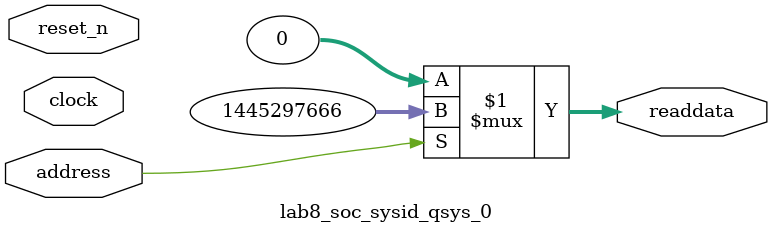
<source format=v>

`timescale 1ns / 1ps
// synthesis translate_on

// turn off superfluous verilog processor warnings 
// altera message_level Level1 
// altera message_off 10034 10035 10036 10037 10230 10240 10030 

module lab8_soc_sysid_qsys_0 (
               // inputs:
                address,
                clock,
                reset_n,

               // outputs:
                readdata
             )
;

  output  [ 31: 0] readdata;
  input            address;
  input            clock;
  input            reset_n;

  wire    [ 31: 0] readdata;
  //control_slave, which is an e_avalon_slave
  assign readdata = address ? 1445297666 : 0;

endmodule




</source>
